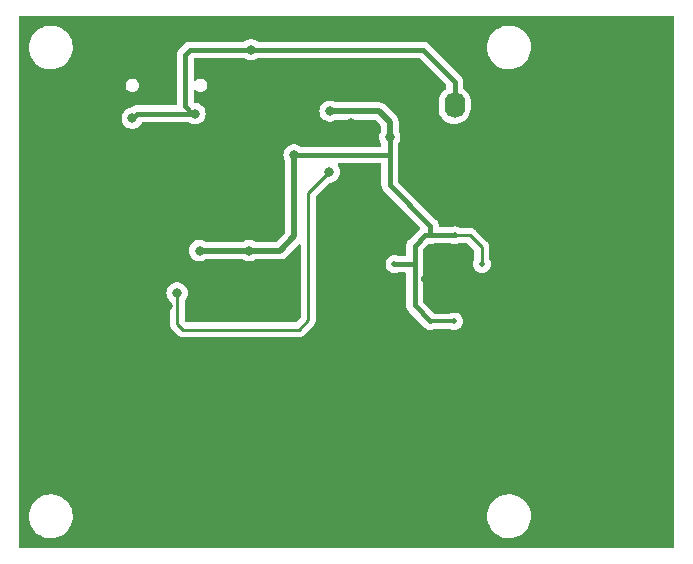
<source format=gbr>
%TF.GenerationSoftware,KiCad,Pcbnew,(7.0.0)*%
%TF.CreationDate,2023-06-21T12:56:18+01:00*%
%TF.ProjectId,CSAD10,43534144-3130-42e6-9b69-6361645f7063,0.2*%
%TF.SameCoordinates,Original*%
%TF.FileFunction,Copper,L4,Bot*%
%TF.FilePolarity,Positive*%
%FSLAX46Y46*%
G04 Gerber Fmt 4.6, Leading zero omitted, Abs format (unit mm)*
G04 Created by KiCad (PCBNEW (7.0.0)) date 2023-06-21 12:56:18*
%MOMM*%
%LPD*%
G01*
G04 APERTURE LIST*
G04 Aperture macros list*
%AMRoundRect*
0 Rectangle with rounded corners*
0 $1 Rounding radius*
0 $2 $3 $4 $5 $6 $7 $8 $9 X,Y pos of 4 corners*
0 Add a 4 corners polygon primitive as box body*
4,1,4,$2,$3,$4,$5,$6,$7,$8,$9,$2,$3,0*
0 Add four circle primitives for the rounded corners*
1,1,$1+$1,$2,$3*
1,1,$1+$1,$4,$5*
1,1,$1+$1,$6,$7*
1,1,$1+$1,$8,$9*
0 Add four rect primitives between the rounded corners*
20,1,$1+$1,$2,$3,$4,$5,0*
20,1,$1+$1,$4,$5,$6,$7,0*
20,1,$1+$1,$6,$7,$8,$9,0*
20,1,$1+$1,$8,$9,$2,$3,0*%
G04 Aperture macros list end*
%TA.AperFunction,ComponentPad*%
%ADD10RoundRect,0.250000X-0.620000X-0.845000X0.620000X-0.845000X0.620000X0.845000X-0.620000X0.845000X0*%
%TD*%
%TA.AperFunction,ComponentPad*%
%ADD11O,1.740000X2.190000*%
%TD*%
%TA.AperFunction,ComponentPad*%
%ADD12C,0.550000*%
%TD*%
%TA.AperFunction,ViaPad*%
%ADD13C,0.800000*%
%TD*%
%TA.AperFunction,ViaPad*%
%ADD14C,0.500000*%
%TD*%
%TA.AperFunction,Conductor*%
%ADD15C,0.400000*%
%TD*%
%TA.AperFunction,Conductor*%
%ADD16C,0.300000*%
%TD*%
%TA.AperFunction,Conductor*%
%ADD17C,0.500000*%
%TD*%
%TA.AperFunction,Conductor*%
%ADD18C,0.250000*%
%TD*%
G04 APERTURE END LIST*
D10*
%TO.P,J1,1,Pin_1*%
%TO.N,GND*%
X152760000Y-86000000D03*
D11*
%TO.P,J1,2,Pin_2*%
%TO.N,Net-(J1-Pin_2)*%
X155299999Y-85999999D03*
%TD*%
D12*
%TO.P,U3,33,EP*%
%TO.N,GND*%
X154000000Y-99400000D03*
X155300000Y-100700000D03*
X154000000Y-100700000D03*
X152700000Y-100700000D03*
X154000000Y-102000000D03*
%TD*%
D13*
%TO.N,GND*%
X124000000Y-85000000D03*
X146525000Y-87500000D03*
X120000000Y-85000000D03*
X127000000Y-103000000D03*
X135000000Y-90000000D03*
X153000000Y-120000000D03*
D14*
X153250000Y-106900000D03*
D13*
X153000000Y-113000000D03*
D14*
X147200000Y-99450000D03*
D13*
X168800000Y-114000000D03*
X162200000Y-87200000D03*
X168800000Y-104900000D03*
X165000000Y-119000000D03*
X169100000Y-82500000D03*
X163500000Y-79000000D03*
X136900000Y-83100000D03*
X133000000Y-120000000D03*
X149400000Y-110100000D03*
X166300000Y-82600000D03*
X158000000Y-85000000D03*
X127000000Y-100000000D03*
X166400000Y-87100000D03*
X131000000Y-98000000D03*
X146000000Y-104000000D03*
X159000000Y-91500000D03*
X126800000Y-86500000D03*
X159000000Y-101000000D03*
X168700000Y-118500000D03*
X165500000Y-109700000D03*
D14*
X153250000Y-94600000D03*
D13*
X166000000Y-91500000D03*
X125000000Y-98000000D03*
X145000000Y-96000000D03*
X123000000Y-110000000D03*
X156300000Y-81000000D03*
X165200000Y-101000000D03*
X138000000Y-90000000D03*
X162200000Y-114300000D03*
X150300000Y-85200000D03*
D14*
X155300000Y-94600000D03*
D13*
X135900000Y-103900000D03*
X131000000Y-103000000D03*
X168800000Y-100400000D03*
X158000000Y-106000000D03*
X124000000Y-89000000D03*
X151300000Y-91400000D03*
X165600000Y-122500000D03*
X160000000Y-110000000D03*
X129000000Y-89000000D03*
X149100000Y-85200000D03*
X149000000Y-79000000D03*
X166700000Y-95900000D03*
X166100000Y-105500000D03*
X135000000Y-86400000D03*
X168900000Y-95900000D03*
X150300000Y-79000000D03*
X169000000Y-91400000D03*
X169100000Y-86900000D03*
X165500000Y-114300000D03*
X132400000Y-110100000D03*
X121000000Y-98000000D03*
X143000000Y-120000000D03*
X156900000Y-95200000D03*
D14*
X155250000Y-106900000D03*
D13*
X168900000Y-109100000D03*
%TO.N,+3.3V*%
X144750000Y-86500000D03*
X133700000Y-98300000D03*
D14*
X155250000Y-104300000D03*
X155300000Y-97000000D03*
D13*
X141700000Y-90200000D03*
D14*
X153250000Y-97000000D03*
D13*
X137900000Y-98300000D03*
D14*
X157600000Y-99450000D03*
X153250000Y-104300000D03*
D13*
X149800000Y-88700000D03*
D14*
X150200000Y-99450000D03*
D13*
%TO.N,Net-(JP1-C)*%
X144700000Y-91650000D03*
X131800000Y-101900000D03*
%TO.N,Net-(J1-Pin_2)*%
X138050000Y-81300000D03*
X128000000Y-87100000D03*
X133300000Y-86700000D03*
%TD*%
D15*
%TO.N,+3.3V*%
X149800000Y-92750000D02*
X149800000Y-90200000D01*
X153250000Y-96200000D02*
X149800000Y-92750000D01*
X153250000Y-97000000D02*
X153250000Y-96200000D01*
X149800000Y-90200000D02*
X149800000Y-88700000D01*
X141700000Y-90200000D02*
X149800000Y-90200000D01*
D16*
X153250000Y-104300000D02*
X155250000Y-104300000D01*
D17*
X140500000Y-98300000D02*
X133700000Y-98300000D01*
D18*
X155300000Y-97000000D02*
X156600000Y-97000000D01*
D15*
X151900000Y-99450000D02*
X150200000Y-99450000D01*
X153250000Y-97000000D02*
X152800000Y-97000000D01*
D18*
X157600000Y-98000000D02*
X157600000Y-99450000D01*
D17*
X141700000Y-90200000D02*
X141700000Y-97100000D01*
D18*
X156600000Y-97000000D02*
X157600000Y-98000000D01*
D17*
X148900000Y-86500000D02*
X149800000Y-87400000D01*
X149800000Y-87400000D02*
X149800000Y-88700000D01*
D15*
X151900000Y-97900000D02*
X151900000Y-102950000D01*
X152800000Y-97000000D02*
X151900000Y-97900000D01*
X153250000Y-97000000D02*
X155300000Y-97000000D01*
X151900000Y-102950000D02*
X153250000Y-104300000D01*
D17*
X141700000Y-97100000D02*
X140500000Y-98300000D01*
X144750000Y-86500000D02*
X148900000Y-86500000D01*
D18*
%TO.N,Net-(JP1-C)*%
X131800000Y-104500000D02*
X132300000Y-105000000D01*
X142100000Y-105000000D02*
X142900000Y-104200000D01*
X142900000Y-93450000D02*
X144700000Y-91650000D01*
X131800000Y-101900000D02*
X131800000Y-104500000D01*
X132300000Y-105000000D02*
X142100000Y-105000000D01*
X142900000Y-104200000D02*
X142900000Y-93450000D01*
D15*
%TO.N,Net-(J1-Pin_2)*%
X132500000Y-86100000D02*
X133100000Y-86700000D01*
X128400000Y-86700000D02*
X128000000Y-87100000D01*
X155300000Y-84000000D02*
X155300000Y-86000000D01*
X138050000Y-81300000D02*
X132900000Y-81300000D01*
X152600000Y-81300000D02*
X155300000Y-84000000D01*
X132500000Y-81700000D02*
X132500000Y-86100000D01*
X138050000Y-81300000D02*
X152600000Y-81300000D01*
X132900000Y-81300000D02*
X132500000Y-81700000D01*
X133300000Y-86700000D02*
X128400000Y-86700000D01*
X133100000Y-86700000D02*
X133300000Y-86700000D01*
%TD*%
%TA.AperFunction,Conductor*%
%TO.N,GND*%
G36*
X173837500Y-78417113D02*
G01*
X173882887Y-78462500D01*
X173899500Y-78524500D01*
X173899500Y-123375500D01*
X173882887Y-123437500D01*
X173837500Y-123482887D01*
X173775500Y-123499500D01*
X118524500Y-123499500D01*
X118462500Y-123482887D01*
X118417113Y-123437500D01*
X118400500Y-123375500D01*
X118400500Y-120867765D01*
X119245788Y-120867765D01*
X119246282Y-120872262D01*
X119246283Y-120872267D01*
X119274917Y-121132506D01*
X119274918Y-121132513D01*
X119275414Y-121137018D01*
X119276559Y-121141398D01*
X119276561Y-121141408D01*
X119308830Y-121264838D01*
X119343928Y-121399088D01*
X119345693Y-121403242D01*
X119345696Y-121403250D01*
X119448099Y-121644223D01*
X119449870Y-121648390D01*
X119452226Y-121652251D01*
X119452229Y-121652256D01*
X119588618Y-121875737D01*
X119590982Y-121879610D01*
X119764255Y-122087820D01*
X119767630Y-122090844D01*
X119767631Y-122090845D01*
X119872330Y-122184656D01*
X119965998Y-122268582D01*
X120191910Y-122418044D01*
X120437176Y-122533020D01*
X120696569Y-122611060D01*
X120964561Y-122650500D01*
X121165369Y-122650500D01*
X121167631Y-122650500D01*
X121370156Y-122635677D01*
X121634553Y-122576780D01*
X121887558Y-122480014D01*
X122123777Y-122347441D01*
X122338177Y-122181888D01*
X122526186Y-121986881D01*
X122683799Y-121766579D01*
X122807656Y-121525675D01*
X122895118Y-121269305D01*
X122944319Y-121002933D01*
X122949259Y-120867765D01*
X158045788Y-120867765D01*
X158046282Y-120872262D01*
X158046283Y-120872267D01*
X158074917Y-121132506D01*
X158074918Y-121132513D01*
X158075414Y-121137018D01*
X158076559Y-121141398D01*
X158076561Y-121141408D01*
X158108830Y-121264838D01*
X158143928Y-121399088D01*
X158145693Y-121403242D01*
X158145696Y-121403250D01*
X158248099Y-121644223D01*
X158249870Y-121648390D01*
X158252226Y-121652251D01*
X158252229Y-121652256D01*
X158388618Y-121875737D01*
X158390982Y-121879610D01*
X158564255Y-122087820D01*
X158567630Y-122090844D01*
X158567631Y-122090845D01*
X158672330Y-122184656D01*
X158765998Y-122268582D01*
X158991910Y-122418044D01*
X159237176Y-122533020D01*
X159496569Y-122611060D01*
X159764561Y-122650500D01*
X159965369Y-122650500D01*
X159967631Y-122650500D01*
X160170156Y-122635677D01*
X160434553Y-122576780D01*
X160687558Y-122480014D01*
X160923777Y-122347441D01*
X161138177Y-122181888D01*
X161326186Y-121986881D01*
X161483799Y-121766579D01*
X161607656Y-121525675D01*
X161695118Y-121269305D01*
X161744319Y-121002933D01*
X161754212Y-120732235D01*
X161724586Y-120462982D01*
X161656072Y-120200912D01*
X161550130Y-119951610D01*
X161409018Y-119720390D01*
X161235745Y-119512180D01*
X161130759Y-119418112D01*
X161037382Y-119334446D01*
X161037378Y-119334442D01*
X161034002Y-119331418D01*
X160808090Y-119181956D01*
X160803996Y-119180036D01*
X160803991Y-119180034D01*
X160566929Y-119068904D01*
X160566925Y-119068902D01*
X160562824Y-119066980D01*
X160558477Y-119065672D01*
X160558474Y-119065671D01*
X160307772Y-118990246D01*
X160307771Y-118990245D01*
X160303431Y-118988940D01*
X160298957Y-118988281D01*
X160298950Y-118988280D01*
X160039913Y-118950158D01*
X160039907Y-118950157D01*
X160035439Y-118949500D01*
X159832369Y-118949500D01*
X159830120Y-118949664D01*
X159830109Y-118949665D01*
X159634363Y-118963992D01*
X159634359Y-118963992D01*
X159629844Y-118964323D01*
X159625426Y-118965307D01*
X159625420Y-118965308D01*
X159369877Y-119022232D01*
X159369861Y-119022236D01*
X159365447Y-119023220D01*
X159361216Y-119024838D01*
X159361210Y-119024840D01*
X159116673Y-119118367D01*
X159116663Y-119118371D01*
X159112442Y-119119986D01*
X159108494Y-119122201D01*
X159108489Y-119122204D01*
X158880176Y-119250340D01*
X158880171Y-119250343D01*
X158876223Y-119252559D01*
X158872639Y-119255325D01*
X158872635Y-119255329D01*
X158665407Y-119415343D01*
X158665394Y-119415354D01*
X158661823Y-119418112D01*
X158658685Y-119421366D01*
X158658678Y-119421373D01*
X158476958Y-119609857D01*
X158476952Y-119609864D01*
X158473814Y-119613119D01*
X158471189Y-119616787D01*
X158471179Y-119616800D01*
X158318834Y-119829740D01*
X158318830Y-119829745D01*
X158316201Y-119833421D01*
X158314132Y-119837444D01*
X158314129Y-119837450D01*
X158194416Y-120070293D01*
X158194411Y-120070304D01*
X158192344Y-120074325D01*
X158190884Y-120078602D01*
X158190879Y-120078616D01*
X158106348Y-120326395D01*
X158106344Y-120326407D01*
X158104882Y-120330695D01*
X158104057Y-120335159D01*
X158104057Y-120335161D01*
X158056504Y-120592606D01*
X158056502Y-120592619D01*
X158055681Y-120597067D01*
X158055515Y-120601593D01*
X158055515Y-120601599D01*
X158050576Y-120736762D01*
X158045788Y-120867765D01*
X122949259Y-120867765D01*
X122954212Y-120732235D01*
X122924586Y-120462982D01*
X122856072Y-120200912D01*
X122750130Y-119951610D01*
X122609018Y-119720390D01*
X122435745Y-119512180D01*
X122330759Y-119418112D01*
X122237382Y-119334446D01*
X122237378Y-119334442D01*
X122234002Y-119331418D01*
X122008090Y-119181956D01*
X122003996Y-119180036D01*
X122003991Y-119180034D01*
X121766929Y-119068904D01*
X121766925Y-119068902D01*
X121762824Y-119066980D01*
X121758477Y-119065672D01*
X121758474Y-119065671D01*
X121507772Y-118990246D01*
X121507771Y-118990245D01*
X121503431Y-118988940D01*
X121498957Y-118988281D01*
X121498950Y-118988280D01*
X121239913Y-118950158D01*
X121239907Y-118950157D01*
X121235439Y-118949500D01*
X121032369Y-118949500D01*
X121030120Y-118949664D01*
X121030109Y-118949665D01*
X120834363Y-118963992D01*
X120834359Y-118963992D01*
X120829844Y-118964323D01*
X120825426Y-118965307D01*
X120825420Y-118965308D01*
X120569877Y-119022232D01*
X120569861Y-119022236D01*
X120565447Y-119023220D01*
X120561216Y-119024838D01*
X120561210Y-119024840D01*
X120316673Y-119118367D01*
X120316663Y-119118371D01*
X120312442Y-119119986D01*
X120308494Y-119122201D01*
X120308489Y-119122204D01*
X120080176Y-119250340D01*
X120080171Y-119250343D01*
X120076223Y-119252559D01*
X120072639Y-119255325D01*
X120072635Y-119255329D01*
X119865407Y-119415343D01*
X119865394Y-119415354D01*
X119861823Y-119418112D01*
X119858685Y-119421366D01*
X119858678Y-119421373D01*
X119676958Y-119609857D01*
X119676952Y-119609864D01*
X119673814Y-119613119D01*
X119671189Y-119616787D01*
X119671179Y-119616800D01*
X119518834Y-119829740D01*
X119518830Y-119829745D01*
X119516201Y-119833421D01*
X119514132Y-119837444D01*
X119514129Y-119837450D01*
X119394416Y-120070293D01*
X119394411Y-120070304D01*
X119392344Y-120074325D01*
X119390884Y-120078602D01*
X119390879Y-120078616D01*
X119306348Y-120326395D01*
X119306344Y-120326407D01*
X119304882Y-120330695D01*
X119304057Y-120335159D01*
X119304057Y-120335161D01*
X119256504Y-120592606D01*
X119256502Y-120592619D01*
X119255681Y-120597067D01*
X119255515Y-120601593D01*
X119255515Y-120601599D01*
X119250576Y-120736762D01*
X119245788Y-120867765D01*
X118400500Y-120867765D01*
X118400500Y-101900000D01*
X130894540Y-101900000D01*
X130895219Y-101906460D01*
X130913646Y-102081795D01*
X130913647Y-102081803D01*
X130914326Y-102088256D01*
X130916331Y-102094428D01*
X130916333Y-102094435D01*
X130970813Y-102262105D01*
X130972821Y-102268284D01*
X131067467Y-102432216D01*
X131071811Y-102437041D01*
X131071813Y-102437043D01*
X131142650Y-102515715D01*
X131166264Y-102554249D01*
X131174500Y-102598687D01*
X131174500Y-104422225D01*
X131173978Y-104433280D01*
X131172327Y-104440667D01*
X131172571Y-104448453D01*
X131172571Y-104448461D01*
X131174439Y-104507873D01*
X131174500Y-104511768D01*
X131174500Y-104539350D01*
X131174988Y-104543219D01*
X131174989Y-104543225D01*
X131175004Y-104543343D01*
X131175918Y-104554966D01*
X131177045Y-104590830D01*
X131177046Y-104590837D01*
X131177291Y-104598627D01*
X131179467Y-104606119D01*
X131179468Y-104606121D01*
X131182879Y-104617862D01*
X131186825Y-104636915D01*
X131189336Y-104656792D01*
X131192206Y-104664042D01*
X131192208Y-104664048D01*
X131205414Y-104697404D01*
X131209197Y-104708451D01*
X131221382Y-104750390D01*
X131225353Y-104757105D01*
X131225354Y-104757107D01*
X131231581Y-104767637D01*
X131240136Y-104785099D01*
X131244642Y-104796480D01*
X131244643Y-104796483D01*
X131247514Y-104803732D01*
X131269440Y-104833912D01*
X131273181Y-104839060D01*
X131279593Y-104848822D01*
X131297856Y-104879702D01*
X131297859Y-104879707D01*
X131301830Y-104886420D01*
X131307345Y-104891935D01*
X131315990Y-104900580D01*
X131328626Y-104915374D01*
X131335819Y-104925275D01*
X131335823Y-104925279D01*
X131340406Y-104931587D01*
X131346415Y-104936558D01*
X131346416Y-104936559D01*
X131374058Y-104959426D01*
X131382699Y-104967289D01*
X131802707Y-105387297D01*
X131810156Y-105395483D01*
X131814214Y-105401877D01*
X131819899Y-105407215D01*
X131819901Y-105407218D01*
X131863239Y-105447915D01*
X131866036Y-105450626D01*
X131885530Y-105470120D01*
X131888615Y-105472513D01*
X131888701Y-105472580D01*
X131897573Y-105480158D01*
X131923732Y-105504723D01*
X131923734Y-105504724D01*
X131929418Y-105510062D01*
X131936251Y-105513818D01*
X131936252Y-105513819D01*
X131946973Y-105519713D01*
X131963234Y-105530394D01*
X131979064Y-105542673D01*
X132008383Y-105555360D01*
X132019140Y-105560015D01*
X132029636Y-105565156D01*
X132067908Y-105586197D01*
X132075458Y-105588135D01*
X132075467Y-105588139D01*
X132087312Y-105591180D01*
X132105716Y-105597480D01*
X132124105Y-105605438D01*
X132161697Y-105611391D01*
X132167239Y-105612269D01*
X132178682Y-105614639D01*
X132213425Y-105623560D01*
X132213426Y-105623560D01*
X132220981Y-105625500D01*
X132241017Y-105625500D01*
X132260402Y-105627025D01*
X132280196Y-105630160D01*
X132318276Y-105626560D01*
X132323676Y-105626050D01*
X132335345Y-105625500D01*
X142022225Y-105625500D01*
X142033280Y-105626021D01*
X142040667Y-105627673D01*
X142107872Y-105625561D01*
X142111768Y-105625500D01*
X142135448Y-105625500D01*
X142139350Y-105625500D01*
X142143313Y-105624999D01*
X142154963Y-105624080D01*
X142198627Y-105622709D01*
X142217861Y-105617119D01*
X142236917Y-105613174D01*
X142256792Y-105610664D01*
X142297395Y-105594587D01*
X142308450Y-105590802D01*
X142350390Y-105578618D01*
X142367629Y-105568422D01*
X142385103Y-105559862D01*
X142396474Y-105555360D01*
X142396476Y-105555358D01*
X142403732Y-105552486D01*
X142439069Y-105526811D01*
X142448824Y-105520403D01*
X142486420Y-105498170D01*
X142500584Y-105484005D01*
X142515379Y-105471368D01*
X142531587Y-105459594D01*
X142559428Y-105425938D01*
X142567279Y-105417309D01*
X143287311Y-104697278D01*
X143295481Y-104689844D01*
X143301877Y-104685786D01*
X143347918Y-104636756D01*
X143350535Y-104634054D01*
X143370120Y-104614471D01*
X143372585Y-104611292D01*
X143380167Y-104602416D01*
X143391047Y-104590830D01*
X143410062Y-104570582D01*
X143419713Y-104553023D01*
X143430390Y-104536770D01*
X143442673Y-104520936D01*
X143460026Y-104480832D01*
X143465158Y-104470361D01*
X143482435Y-104438935D01*
X143482435Y-104438934D01*
X143486197Y-104432092D01*
X143491177Y-104412691D01*
X143497481Y-104394281D01*
X143505438Y-104375896D01*
X143512272Y-104332741D01*
X143514638Y-104321321D01*
X143523560Y-104286574D01*
X143525500Y-104279019D01*
X143525500Y-104258983D01*
X143527025Y-104239597D01*
X143530160Y-104219804D01*
X143526050Y-104176324D01*
X143525500Y-104164655D01*
X143525500Y-93760452D01*
X143534939Y-93712999D01*
X143561819Y-93672771D01*
X144647772Y-92586819D01*
X144688000Y-92559939D01*
X144735453Y-92550500D01*
X144788143Y-92550500D01*
X144794646Y-92550500D01*
X144979803Y-92511144D01*
X145152730Y-92434151D01*
X145305871Y-92322888D01*
X145432533Y-92182216D01*
X145527179Y-92018284D01*
X145585674Y-91838256D01*
X145605460Y-91650000D01*
X145585674Y-91461744D01*
X145527179Y-91281716D01*
X145432533Y-91117784D01*
X145423247Y-91107471D01*
X145395966Y-91057846D01*
X145393594Y-91001265D01*
X145416628Y-90949530D01*
X145460263Y-90913432D01*
X145515398Y-90900500D01*
X148975500Y-90900500D01*
X149037500Y-90917113D01*
X149082887Y-90962500D01*
X149099500Y-91024500D01*
X149099500Y-92725079D01*
X149099274Y-92732567D01*
X149096094Y-92785118D01*
X149096094Y-92785126D01*
X149095642Y-92792606D01*
X149096993Y-92799982D01*
X149096994Y-92799987D01*
X149106483Y-92851771D01*
X149107610Y-92859171D01*
X149113955Y-92911425D01*
X149113956Y-92911430D01*
X149114860Y-92918872D01*
X149117519Y-92925885D01*
X149117521Y-92925891D01*
X149118450Y-92928340D01*
X149124475Y-92949952D01*
X149124951Y-92952551D01*
X149124954Y-92952560D01*
X149126305Y-92959932D01*
X149129382Y-92966769D01*
X149129383Y-92966772D01*
X149150991Y-93014784D01*
X149153857Y-93021702D01*
X149175182Y-93077930D01*
X149179442Y-93084102D01*
X149179445Y-93084107D01*
X149180937Y-93086268D01*
X149191959Y-93105810D01*
X149193039Y-93108210D01*
X149193044Y-93108219D01*
X149196122Y-93115057D01*
X149200745Y-93120958D01*
X149200747Y-93120961D01*
X149233216Y-93162404D01*
X149237636Y-93168410D01*
X149271817Y-93217929D01*
X149316847Y-93257822D01*
X149322282Y-93262939D01*
X152345131Y-96285788D01*
X152377846Y-96343792D01*
X152375837Y-96410356D01*
X152339682Y-96466280D01*
X152338233Y-96467563D01*
X152332071Y-96471817D01*
X152327107Y-96477419D01*
X152327099Y-96477427D01*
X152292184Y-96516838D01*
X152287051Y-96522290D01*
X151422290Y-97387051D01*
X151416838Y-97392184D01*
X151377431Y-97427096D01*
X151377425Y-97427102D01*
X151371817Y-97432071D01*
X151367560Y-97438236D01*
X151367551Y-97438248D01*
X151337649Y-97481568D01*
X151333213Y-97487597D01*
X151300749Y-97529035D01*
X151300743Y-97529043D01*
X151296122Y-97534943D01*
X151293044Y-97541780D01*
X151293043Y-97541783D01*
X151291962Y-97544185D01*
X151280940Y-97563727D01*
X151279441Y-97565898D01*
X151279437Y-97565904D01*
X151275182Y-97572070D01*
X151272526Y-97579070D01*
X151272522Y-97579080D01*
X151253853Y-97628305D01*
X151250989Y-97635219D01*
X151229382Y-97683229D01*
X151229379Y-97683235D01*
X151226305Y-97690068D01*
X151224953Y-97697439D01*
X151224951Y-97697449D01*
X151224474Y-97700053D01*
X151218456Y-97721643D01*
X151217519Y-97724114D01*
X151217517Y-97724119D01*
X151214860Y-97731128D01*
X151213956Y-97738565D01*
X151213956Y-97738569D01*
X151207610Y-97790827D01*
X151206483Y-97798226D01*
X151196994Y-97850010D01*
X151196993Y-97850018D01*
X151195642Y-97857394D01*
X151196094Y-97864873D01*
X151196094Y-97864881D01*
X151199274Y-97917433D01*
X151199500Y-97924921D01*
X151199500Y-98625500D01*
X151182887Y-98687500D01*
X151137500Y-98732887D01*
X151075500Y-98749500D01*
X150491476Y-98749500D01*
X150450523Y-98742542D01*
X150406665Y-98727195D01*
X150374630Y-98715986D01*
X150374627Y-98715985D01*
X150368059Y-98713687D01*
X150361142Y-98712907D01*
X150361135Y-98712906D01*
X150206923Y-98695531D01*
X150200000Y-98694751D01*
X150193077Y-98695531D01*
X150038864Y-98712906D01*
X150038855Y-98712907D01*
X150031941Y-98713687D01*
X150025371Y-98715985D01*
X150025366Y-98715987D01*
X149878878Y-98767245D01*
X149878872Y-98767247D01*
X149872310Y-98769544D01*
X149866419Y-98773245D01*
X149866418Y-98773246D01*
X149735010Y-98855815D01*
X149735005Y-98855818D01*
X149729110Y-98859523D01*
X149724185Y-98864447D01*
X149724181Y-98864451D01*
X149614451Y-98974181D01*
X149614447Y-98974185D01*
X149609523Y-98979110D01*
X149605818Y-98985005D01*
X149605815Y-98985010D01*
X149562052Y-99054659D01*
X149519544Y-99122310D01*
X149517247Y-99128872D01*
X149517245Y-99128878D01*
X149465987Y-99275366D01*
X149465985Y-99275371D01*
X149463687Y-99281941D01*
X149462907Y-99288855D01*
X149462906Y-99288864D01*
X149445531Y-99443077D01*
X149444751Y-99450000D01*
X149445531Y-99456923D01*
X149462906Y-99611135D01*
X149462907Y-99611142D01*
X149463687Y-99618059D01*
X149519544Y-99777690D01*
X149609523Y-99920890D01*
X149729110Y-100040477D01*
X149872310Y-100130456D01*
X150031941Y-100186313D01*
X150200000Y-100205249D01*
X150368059Y-100186313D01*
X150450523Y-100157457D01*
X150491476Y-100150500D01*
X151075500Y-100150500D01*
X151137500Y-100167113D01*
X151182887Y-100212500D01*
X151199500Y-100274500D01*
X151199500Y-102925079D01*
X151199274Y-102932567D01*
X151196094Y-102985118D01*
X151196094Y-102985126D01*
X151195642Y-102992606D01*
X151196993Y-102999982D01*
X151196994Y-102999987D01*
X151206483Y-103051771D01*
X151207610Y-103059171D01*
X151213955Y-103111425D01*
X151213956Y-103111430D01*
X151214860Y-103118872D01*
X151217519Y-103125885D01*
X151217521Y-103125891D01*
X151218450Y-103128340D01*
X151224475Y-103149952D01*
X151224951Y-103152551D01*
X151224954Y-103152560D01*
X151226305Y-103159932D01*
X151229382Y-103166769D01*
X151229383Y-103166772D01*
X151250991Y-103214784D01*
X151253857Y-103221702D01*
X151275182Y-103277930D01*
X151279442Y-103284102D01*
X151279445Y-103284107D01*
X151280937Y-103286268D01*
X151291959Y-103305810D01*
X151293039Y-103308210D01*
X151293044Y-103308219D01*
X151296122Y-103315057D01*
X151300745Y-103320958D01*
X151300747Y-103320961D01*
X151333216Y-103362404D01*
X151337636Y-103368410D01*
X151371817Y-103417929D01*
X151416847Y-103457822D01*
X151422282Y-103462939D01*
X152540117Y-104580774D01*
X152562166Y-104615835D01*
X152564223Y-104614845D01*
X152567245Y-104621121D01*
X152569544Y-104627690D01*
X152573245Y-104633580D01*
X152573246Y-104633582D01*
X152655815Y-104764989D01*
X152659523Y-104770890D01*
X152779110Y-104890477D01*
X152922310Y-104980456D01*
X153081941Y-105036313D01*
X153250000Y-105055249D01*
X153418059Y-105036313D01*
X153577690Y-104980456D01*
X153595114Y-104969507D01*
X153661088Y-104950500D01*
X154838912Y-104950500D01*
X154904885Y-104969507D01*
X154922310Y-104980456D01*
X155081941Y-105036313D01*
X155250000Y-105055249D01*
X155418059Y-105036313D01*
X155577690Y-104980456D01*
X155720890Y-104890477D01*
X155840477Y-104770890D01*
X155930456Y-104627690D01*
X155986313Y-104468059D01*
X156005249Y-104300000D01*
X155986313Y-104131941D01*
X155930456Y-103972310D01*
X155840477Y-103829110D01*
X155720890Y-103709523D01*
X155577690Y-103619544D01*
X155571124Y-103617246D01*
X155571121Y-103617245D01*
X155424633Y-103565987D01*
X155424630Y-103565986D01*
X155418059Y-103563687D01*
X155411142Y-103562907D01*
X155411135Y-103562906D01*
X155256923Y-103545531D01*
X155250000Y-103544751D01*
X155243077Y-103545531D01*
X155088864Y-103562906D01*
X155088855Y-103562907D01*
X155081941Y-103563687D01*
X155075371Y-103565985D01*
X155075366Y-103565987D01*
X154928878Y-103617245D01*
X154928872Y-103617247D01*
X154922310Y-103619544D01*
X154916422Y-103623243D01*
X154916415Y-103623247D01*
X154904885Y-103630493D01*
X154838912Y-103649500D01*
X153661088Y-103649500D01*
X153595115Y-103630493D01*
X153583584Y-103623247D01*
X153583580Y-103623245D01*
X153577690Y-103619544D01*
X153571121Y-103617245D01*
X153564843Y-103614222D01*
X153565833Y-103612165D01*
X153530774Y-103590117D01*
X152636819Y-102696162D01*
X152609939Y-102655934D01*
X152600500Y-102608481D01*
X152600500Y-98241519D01*
X152609939Y-98194066D01*
X152636819Y-98153838D01*
X152731324Y-98059333D01*
X153014914Y-97775741D01*
X153061638Y-97746382D01*
X153116475Y-97740204D01*
X153250000Y-97755249D01*
X153418059Y-97736313D01*
X153500523Y-97707457D01*
X153541476Y-97700500D01*
X155008524Y-97700500D01*
X155049476Y-97707457D01*
X155131941Y-97736313D01*
X155300000Y-97755249D01*
X155468059Y-97736313D01*
X155627690Y-97680456D01*
X155684904Y-97644505D01*
X155750876Y-97625500D01*
X156289548Y-97625500D01*
X156337001Y-97634939D01*
X156377229Y-97661819D01*
X156938181Y-98222771D01*
X156965061Y-98262999D01*
X156974500Y-98310452D01*
X156974500Y-98999124D01*
X156955494Y-99065096D01*
X156923246Y-99116417D01*
X156923246Y-99116418D01*
X156919544Y-99122310D01*
X156917247Y-99128872D01*
X156917245Y-99128878D01*
X156865987Y-99275366D01*
X156865985Y-99275371D01*
X156863687Y-99281941D01*
X156862907Y-99288855D01*
X156862906Y-99288864D01*
X156845531Y-99443077D01*
X156844751Y-99450000D01*
X156845531Y-99456923D01*
X156862906Y-99611135D01*
X156862907Y-99611142D01*
X156863687Y-99618059D01*
X156919544Y-99777690D01*
X157009523Y-99920890D01*
X157129110Y-100040477D01*
X157272310Y-100130456D01*
X157431941Y-100186313D01*
X157600000Y-100205249D01*
X157768059Y-100186313D01*
X157927690Y-100130456D01*
X158070890Y-100040477D01*
X158190477Y-99920890D01*
X158280456Y-99777690D01*
X158336313Y-99618059D01*
X158355249Y-99450000D01*
X158336313Y-99281941D01*
X158280456Y-99122310D01*
X158244505Y-99065095D01*
X158225500Y-98999124D01*
X158225500Y-98077775D01*
X158226021Y-98066719D01*
X158227673Y-98059333D01*
X158225561Y-97992113D01*
X158225500Y-97988219D01*
X158225500Y-97964542D01*
X158225500Y-97960650D01*
X158224998Y-97956683D01*
X158224081Y-97945026D01*
X158223486Y-97926089D01*
X158222710Y-97901373D01*
X158217118Y-97882128D01*
X158213174Y-97863083D01*
X158210664Y-97843208D01*
X158194579Y-97802583D01*
X158190806Y-97791562D01*
X158178618Y-97749610D01*
X158168417Y-97732360D01*
X158159863Y-97714901D01*
X158152486Y-97696268D01*
X158126808Y-97660925D01*
X158120401Y-97651171D01*
X158102142Y-97620296D01*
X158102141Y-97620294D01*
X158098170Y-97613580D01*
X158084005Y-97599415D01*
X158071370Y-97584622D01*
X158059594Y-97568413D01*
X158053583Y-97563440D01*
X158053581Y-97563438D01*
X158025941Y-97540573D01*
X158017300Y-97532710D01*
X157097286Y-96612695D01*
X157089842Y-96604514D01*
X157085786Y-96598123D01*
X157036775Y-96552098D01*
X157033978Y-96549387D01*
X157017227Y-96532636D01*
X157014471Y-96529880D01*
X157011290Y-96527412D01*
X157002414Y-96519830D01*
X156976269Y-96495278D01*
X156976267Y-96495276D01*
X156970582Y-96489938D01*
X156963749Y-96486182D01*
X156963743Y-96486177D01*
X156953025Y-96480285D01*
X156936766Y-96469606D01*
X156927095Y-96462104D01*
X156927092Y-96462102D01*
X156920936Y-96457327D01*
X156913779Y-96454229D01*
X156913776Y-96454228D01*
X156880849Y-96439978D01*
X156870363Y-96434841D01*
X156838932Y-96417562D01*
X156838923Y-96417558D01*
X156832092Y-96413803D01*
X156824535Y-96411862D01*
X156824531Y-96411861D01*
X156812688Y-96408820D01*
X156794284Y-96402519D01*
X156783057Y-96397660D01*
X156783050Y-96397658D01*
X156775896Y-96394562D01*
X156768192Y-96393341D01*
X156768190Y-96393341D01*
X156732759Y-96387729D01*
X156721324Y-96385361D01*
X156686571Y-96376438D01*
X156686563Y-96376437D01*
X156679019Y-96374500D01*
X156671223Y-96374500D01*
X156658983Y-96374500D01*
X156639597Y-96372974D01*
X156619804Y-96369840D01*
X156612038Y-96370574D01*
X156612035Y-96370574D01*
X156576324Y-96373950D01*
X156564655Y-96374500D01*
X155750876Y-96374500D01*
X155684904Y-96355494D01*
X155633582Y-96323246D01*
X155633580Y-96323245D01*
X155627690Y-96319544D01*
X155621124Y-96317246D01*
X155621121Y-96317245D01*
X155474633Y-96265987D01*
X155474630Y-96265986D01*
X155468059Y-96263687D01*
X155461142Y-96262907D01*
X155461135Y-96262906D01*
X155306923Y-96245531D01*
X155300000Y-96244751D01*
X155293077Y-96245531D01*
X155138864Y-96262906D01*
X155138855Y-96262907D01*
X155131941Y-96263687D01*
X155125374Y-96265984D01*
X155125369Y-96265986D01*
X155080700Y-96281617D01*
X155049476Y-96292542D01*
X155008524Y-96299500D01*
X154077490Y-96299500D01*
X154013341Y-96281617D01*
X153967694Y-96233128D01*
X153954646Y-96172351D01*
X153954358Y-96172369D01*
X153954243Y-96170472D01*
X153953716Y-96168016D01*
X153953905Y-96164882D01*
X153954358Y-96157394D01*
X153943514Y-96098221D01*
X153942387Y-96090815D01*
X153942146Y-96088831D01*
X153935140Y-96031128D01*
X153931547Y-96021656D01*
X153925522Y-96000041D01*
X153923695Y-95990069D01*
X153899009Y-95935220D01*
X153896142Y-95928298D01*
X153877480Y-95879090D01*
X153874818Y-95872070D01*
X153869059Y-95863727D01*
X153858033Y-95844177D01*
X153856956Y-95841784D01*
X153853878Y-95834944D01*
X153816791Y-95787605D01*
X153812353Y-95781574D01*
X153782446Y-95738247D01*
X153778183Y-95732071D01*
X153772568Y-95727097D01*
X153772565Y-95727093D01*
X153733170Y-95692193D01*
X153727716Y-95687059D01*
X150536819Y-92496162D01*
X150509939Y-92455934D01*
X150500500Y-92408481D01*
X150500500Y-89315392D01*
X150508749Y-89270920D01*
X150525703Y-89243279D01*
X150524363Y-89242306D01*
X150528184Y-89237045D01*
X150532533Y-89232216D01*
X150627179Y-89068284D01*
X150685674Y-88888256D01*
X150705460Y-88700000D01*
X150685674Y-88511744D01*
X150627179Y-88331716D01*
X150567112Y-88227678D01*
X150550500Y-88165679D01*
X150550500Y-87463707D01*
X150551809Y-87445736D01*
X150552297Y-87442396D01*
X150555289Y-87421977D01*
X150550971Y-87372633D01*
X150550500Y-87361827D01*
X150550500Y-87359902D01*
X150550500Y-87356291D01*
X150546894Y-87325443D01*
X150546537Y-87321956D01*
X150539998Y-87247203D01*
X150537724Y-87240341D01*
X150537027Y-87236965D01*
X150536970Y-87236613D01*
X150536875Y-87236277D01*
X150536079Y-87232919D01*
X150535241Y-87225745D01*
X150509569Y-87155212D01*
X150508401Y-87151848D01*
X150487086Y-87087521D01*
X150487085Y-87087519D01*
X150484814Y-87080665D01*
X150481022Y-87074518D01*
X150479559Y-87071379D01*
X150479431Y-87071069D01*
X150479257Y-87070758D01*
X150477710Y-87067677D01*
X150475237Y-87060883D01*
X150434005Y-86998194D01*
X150432106Y-86995212D01*
X150396504Y-86937491D01*
X150396501Y-86937488D01*
X150392712Y-86931344D01*
X150387605Y-86926237D01*
X150385459Y-86923523D01*
X150385257Y-86923244D01*
X150385022Y-86922987D01*
X150382796Y-86920334D01*
X150378830Y-86914304D01*
X150324290Y-86862848D01*
X150321703Y-86860335D01*
X149475729Y-86014361D01*
X149463947Y-86000727D01*
X149453925Y-85987265D01*
X149453921Y-85987261D01*
X149449610Y-85981470D01*
X149411667Y-85949631D01*
X149403691Y-85942323D01*
X149402329Y-85940961D01*
X149402328Y-85940960D01*
X149399777Y-85938409D01*
X149396953Y-85936176D01*
X149396944Y-85936168D01*
X149375445Y-85919170D01*
X149372674Y-85916913D01*
X149315214Y-85868698D01*
X149308760Y-85865456D01*
X149305859Y-85863548D01*
X149305588Y-85863352D01*
X149305292Y-85863187D01*
X149302339Y-85861366D01*
X149296677Y-85856889D01*
X149290134Y-85853838D01*
X149290131Y-85853836D01*
X149228692Y-85825186D01*
X149225446Y-85823615D01*
X149180121Y-85800852D01*
X149158433Y-85789960D01*
X149151409Y-85788295D01*
X149148151Y-85787109D01*
X149147832Y-85786977D01*
X149147504Y-85786884D01*
X149144218Y-85785795D01*
X149137673Y-85782743D01*
X149130604Y-85781283D01*
X149130600Y-85781282D01*
X149064212Y-85767574D01*
X149060691Y-85766794D01*
X148994741Y-85751163D01*
X148994734Y-85751162D01*
X148987721Y-85749500D01*
X148980510Y-85749500D01*
X148977061Y-85749097D01*
X148976727Y-85749043D01*
X148976374Y-85749028D01*
X148972929Y-85748726D01*
X148965856Y-85747266D01*
X148958638Y-85747476D01*
X148890870Y-85749448D01*
X148887263Y-85749500D01*
X145289336Y-85749500D01*
X145251018Y-85743431D01*
X145216454Y-85725820D01*
X145202730Y-85715849D01*
X145196792Y-85713205D01*
X145035745Y-85641501D01*
X145035740Y-85641499D01*
X145029803Y-85638856D01*
X145023444Y-85637504D01*
X145023440Y-85637503D01*
X144851008Y-85600852D01*
X144851005Y-85600851D01*
X144844646Y-85599500D01*
X144655354Y-85599500D01*
X144648995Y-85600851D01*
X144648991Y-85600852D01*
X144476559Y-85637503D01*
X144476552Y-85637505D01*
X144470197Y-85638856D01*
X144464262Y-85641498D01*
X144464254Y-85641501D01*
X144303207Y-85713205D01*
X144303202Y-85713207D01*
X144297270Y-85715849D01*
X144292016Y-85719665D01*
X144292011Y-85719669D01*
X144149388Y-85823290D01*
X144149381Y-85823295D01*
X144144129Y-85827112D01*
X144139784Y-85831937D01*
X144139779Y-85831942D01*
X144021813Y-85962956D01*
X144021808Y-85962962D01*
X144017467Y-85967784D01*
X144014222Y-85973404D01*
X144014218Y-85973410D01*
X143926069Y-86126089D01*
X143926066Y-86126094D01*
X143922821Y-86131716D01*
X143920815Y-86137888D01*
X143920813Y-86137894D01*
X143866333Y-86305564D01*
X143866331Y-86305573D01*
X143864326Y-86311744D01*
X143863648Y-86318194D01*
X143863646Y-86318204D01*
X143851693Y-86431942D01*
X143844540Y-86500000D01*
X143845219Y-86506460D01*
X143863646Y-86681795D01*
X143863647Y-86681803D01*
X143864326Y-86688256D01*
X143866331Y-86694428D01*
X143866333Y-86694435D01*
X143920813Y-86862105D01*
X143922821Y-86868284D01*
X143926068Y-86873908D01*
X143926069Y-86873910D01*
X143998474Y-86999320D01*
X144017467Y-87032216D01*
X144021811Y-87037041D01*
X144021813Y-87037043D01*
X144078500Y-87100000D01*
X144144129Y-87172888D01*
X144149387Y-87176708D01*
X144149388Y-87176709D01*
X144207542Y-87218960D01*
X144297270Y-87284151D01*
X144470197Y-87361144D01*
X144655354Y-87400500D01*
X144838143Y-87400500D01*
X144844646Y-87400500D01*
X145029803Y-87361144D01*
X145202730Y-87284151D01*
X145216454Y-87274179D01*
X145251018Y-87256569D01*
X145289336Y-87250500D01*
X148537770Y-87250500D01*
X148585223Y-87259939D01*
X148625451Y-87286819D01*
X149013181Y-87674548D01*
X149040061Y-87714776D01*
X149049500Y-87762229D01*
X149049500Y-88165679D01*
X149032887Y-88227679D01*
X148976069Y-88326089D01*
X148976066Y-88326094D01*
X148972821Y-88331716D01*
X148970815Y-88337888D01*
X148970813Y-88337894D01*
X148916333Y-88505564D01*
X148916331Y-88505573D01*
X148914326Y-88511744D01*
X148913648Y-88518194D01*
X148913646Y-88518204D01*
X148895962Y-88686464D01*
X148894540Y-88700000D01*
X148895219Y-88706460D01*
X148913646Y-88881795D01*
X148913647Y-88881803D01*
X148914326Y-88888256D01*
X148916331Y-88894428D01*
X148916333Y-88894435D01*
X148970813Y-89062105D01*
X148972821Y-89068284D01*
X149067467Y-89232216D01*
X149071813Y-89237043D01*
X149075637Y-89242306D01*
X149074296Y-89243279D01*
X149091251Y-89270920D01*
X149099500Y-89315392D01*
X149099500Y-89375500D01*
X149082887Y-89437500D01*
X149037500Y-89482887D01*
X148975500Y-89499500D01*
X142308155Y-89499500D01*
X142269837Y-89493431D01*
X142235273Y-89475820D01*
X142152730Y-89415849D01*
X142146792Y-89413205D01*
X141985745Y-89341501D01*
X141985740Y-89341499D01*
X141979803Y-89338856D01*
X141973444Y-89337504D01*
X141973440Y-89337503D01*
X141801008Y-89300852D01*
X141801005Y-89300851D01*
X141794646Y-89299500D01*
X141605354Y-89299500D01*
X141598995Y-89300851D01*
X141598991Y-89300852D01*
X141426559Y-89337503D01*
X141426552Y-89337505D01*
X141420197Y-89338856D01*
X141414262Y-89341498D01*
X141414254Y-89341501D01*
X141253207Y-89413205D01*
X141253202Y-89413207D01*
X141247270Y-89415849D01*
X141242016Y-89419665D01*
X141242011Y-89419669D01*
X141099388Y-89523290D01*
X141099381Y-89523295D01*
X141094129Y-89527112D01*
X141089784Y-89531937D01*
X141089779Y-89531942D01*
X140971813Y-89662956D01*
X140971808Y-89662962D01*
X140967467Y-89667784D01*
X140964222Y-89673404D01*
X140964218Y-89673410D01*
X140876069Y-89826089D01*
X140876066Y-89826094D01*
X140872821Y-89831716D01*
X140870815Y-89837888D01*
X140870813Y-89837894D01*
X140816333Y-90005564D01*
X140816331Y-90005573D01*
X140814326Y-90011744D01*
X140813648Y-90018194D01*
X140813646Y-90018204D01*
X140798993Y-90157628D01*
X140794540Y-90200000D01*
X140795219Y-90206460D01*
X140813646Y-90381795D01*
X140813647Y-90381803D01*
X140814326Y-90388256D01*
X140816331Y-90394428D01*
X140816333Y-90394435D01*
X140870813Y-90562105D01*
X140872821Y-90568284D01*
X140876068Y-90573908D01*
X140876069Y-90573910D01*
X140932887Y-90672321D01*
X140949500Y-90734321D01*
X140949500Y-96737770D01*
X140940061Y-96785223D01*
X140913181Y-96825451D01*
X140225451Y-97513181D01*
X140185223Y-97540061D01*
X140137770Y-97549500D01*
X138439336Y-97549500D01*
X138401018Y-97543431D01*
X138366454Y-97525820D01*
X138352730Y-97515849D01*
X138289276Y-97487597D01*
X138185745Y-97441501D01*
X138185740Y-97441499D01*
X138179803Y-97438856D01*
X138173444Y-97437504D01*
X138173440Y-97437503D01*
X138001008Y-97400852D01*
X138001005Y-97400851D01*
X137994646Y-97399500D01*
X137805354Y-97399500D01*
X137798995Y-97400851D01*
X137798991Y-97400852D01*
X137626559Y-97437503D01*
X137626552Y-97437505D01*
X137620197Y-97438856D01*
X137614262Y-97441498D01*
X137614254Y-97441501D01*
X137453207Y-97513205D01*
X137453202Y-97513207D01*
X137447270Y-97515849D01*
X137433545Y-97525820D01*
X137398982Y-97543431D01*
X137360664Y-97549500D01*
X134239336Y-97549500D01*
X134201018Y-97543431D01*
X134166454Y-97525820D01*
X134152730Y-97515849D01*
X134089276Y-97487597D01*
X133985745Y-97441501D01*
X133985740Y-97441499D01*
X133979803Y-97438856D01*
X133973444Y-97437504D01*
X133973440Y-97437503D01*
X133801008Y-97400852D01*
X133801005Y-97400851D01*
X133794646Y-97399500D01*
X133605354Y-97399500D01*
X133598995Y-97400851D01*
X133598991Y-97400852D01*
X133426559Y-97437503D01*
X133426552Y-97437505D01*
X133420197Y-97438856D01*
X133414262Y-97441498D01*
X133414254Y-97441501D01*
X133253207Y-97513205D01*
X133253202Y-97513207D01*
X133247270Y-97515849D01*
X133242016Y-97519665D01*
X133242011Y-97519669D01*
X133099388Y-97623290D01*
X133099381Y-97623295D01*
X133094129Y-97627112D01*
X133089784Y-97631937D01*
X133089779Y-97631942D01*
X132971813Y-97762956D01*
X132971808Y-97762962D01*
X132967467Y-97767784D01*
X132964222Y-97773404D01*
X132964218Y-97773410D01*
X132876069Y-97926089D01*
X132876066Y-97926094D01*
X132872821Y-97931716D01*
X132870815Y-97937888D01*
X132870813Y-97937894D01*
X132816333Y-98105564D01*
X132816331Y-98105573D01*
X132814326Y-98111744D01*
X132813648Y-98118194D01*
X132813646Y-98118204D01*
X132800686Y-98241519D01*
X132794540Y-98300000D01*
X132795219Y-98306460D01*
X132813646Y-98481795D01*
X132813647Y-98481803D01*
X132814326Y-98488256D01*
X132816331Y-98494428D01*
X132816333Y-98494435D01*
X132870813Y-98662105D01*
X132872821Y-98668284D01*
X132876068Y-98673908D01*
X132876069Y-98673910D01*
X132933420Y-98773246D01*
X132967467Y-98832216D01*
X132971811Y-98837041D01*
X132971813Y-98837043D01*
X133057386Y-98932081D01*
X133094129Y-98972888D01*
X133099387Y-98976708D01*
X133099388Y-98976709D01*
X133113672Y-98987087D01*
X133247270Y-99084151D01*
X133420197Y-99161144D01*
X133605354Y-99200500D01*
X133788143Y-99200500D01*
X133794646Y-99200500D01*
X133979803Y-99161144D01*
X134152730Y-99084151D01*
X134166454Y-99074179D01*
X134201018Y-99056569D01*
X134239336Y-99050500D01*
X137360664Y-99050500D01*
X137398982Y-99056569D01*
X137433545Y-99074179D01*
X137447270Y-99084151D01*
X137620197Y-99161144D01*
X137805354Y-99200500D01*
X137988143Y-99200500D01*
X137994646Y-99200500D01*
X138179803Y-99161144D01*
X138352730Y-99084151D01*
X138366454Y-99074179D01*
X138401018Y-99056569D01*
X138439336Y-99050500D01*
X140436293Y-99050500D01*
X140454264Y-99051809D01*
X140458160Y-99052379D01*
X140478023Y-99055289D01*
X140527368Y-99050972D01*
X140538176Y-99050500D01*
X140540100Y-99050500D01*
X140543709Y-99050500D01*
X140574550Y-99046894D01*
X140578031Y-99046539D01*
X140652797Y-99039999D01*
X140659653Y-99037726D01*
X140663043Y-99037027D01*
X140663375Y-99036973D01*
X140663728Y-99036873D01*
X140667071Y-99036080D01*
X140674255Y-99035241D01*
X140744760Y-99009579D01*
X140748118Y-99008412D01*
X140819334Y-98984814D01*
X140825486Y-98981018D01*
X140828607Y-98979564D01*
X140828929Y-98979430D01*
X140829238Y-98979258D01*
X140832315Y-98977712D01*
X140839117Y-98975237D01*
X140901837Y-98933984D01*
X140904732Y-98932140D01*
X140968656Y-98892712D01*
X140973763Y-98887603D01*
X140976476Y-98885459D01*
X140976758Y-98885254D01*
X140977029Y-98885007D01*
X140979658Y-98882800D01*
X140985696Y-98878830D01*
X141037186Y-98824252D01*
X141039631Y-98821735D01*
X142062819Y-97798546D01*
X142112182Y-97768297D01*
X142169898Y-97763755D01*
X142223385Y-97785910D01*
X142260985Y-97829933D01*
X142274500Y-97886228D01*
X142274500Y-103889548D01*
X142265061Y-103937001D01*
X142238181Y-103977229D01*
X141877228Y-104338181D01*
X141837000Y-104365061D01*
X141789547Y-104374500D01*
X132610453Y-104374500D01*
X132563000Y-104365061D01*
X132522771Y-104338181D01*
X132461818Y-104277227D01*
X132434939Y-104236998D01*
X132425500Y-104189546D01*
X132425500Y-102598687D01*
X132433736Y-102554249D01*
X132457350Y-102515715D01*
X132532533Y-102432216D01*
X132627179Y-102268284D01*
X132685674Y-102088256D01*
X132705460Y-101900000D01*
X132685674Y-101711744D01*
X132627179Y-101531716D01*
X132532533Y-101367784D01*
X132405871Y-101227112D01*
X132400613Y-101223292D01*
X132400611Y-101223290D01*
X132257988Y-101119669D01*
X132257987Y-101119668D01*
X132252730Y-101115849D01*
X132246792Y-101113205D01*
X132085745Y-101041501D01*
X132085740Y-101041499D01*
X132079803Y-101038856D01*
X132073444Y-101037504D01*
X132073440Y-101037503D01*
X131901008Y-101000852D01*
X131901005Y-101000851D01*
X131894646Y-100999500D01*
X131705354Y-100999500D01*
X131698995Y-101000851D01*
X131698991Y-101000852D01*
X131526559Y-101037503D01*
X131526552Y-101037505D01*
X131520197Y-101038856D01*
X131514262Y-101041498D01*
X131514254Y-101041501D01*
X131353207Y-101113205D01*
X131353202Y-101113207D01*
X131347270Y-101115849D01*
X131342016Y-101119665D01*
X131342011Y-101119669D01*
X131199388Y-101223290D01*
X131199381Y-101223295D01*
X131194129Y-101227112D01*
X131189784Y-101231937D01*
X131189779Y-101231942D01*
X131071813Y-101362956D01*
X131071808Y-101362962D01*
X131067467Y-101367784D01*
X131064222Y-101373404D01*
X131064218Y-101373410D01*
X130976069Y-101526089D01*
X130976066Y-101526094D01*
X130972821Y-101531716D01*
X130970815Y-101537888D01*
X130970813Y-101537894D01*
X130916333Y-101705564D01*
X130916331Y-101705573D01*
X130914326Y-101711744D01*
X130913648Y-101718194D01*
X130913646Y-101718204D01*
X130895962Y-101886464D01*
X130894540Y-101900000D01*
X118400500Y-101900000D01*
X118400500Y-87100000D01*
X127094540Y-87100000D01*
X127095219Y-87106460D01*
X127113646Y-87281795D01*
X127113647Y-87281803D01*
X127114326Y-87288256D01*
X127116331Y-87294428D01*
X127116333Y-87294435D01*
X127170813Y-87462105D01*
X127172821Y-87468284D01*
X127176068Y-87473908D01*
X127176069Y-87473910D01*
X127248374Y-87599147D01*
X127267467Y-87632216D01*
X127271811Y-87637041D01*
X127271813Y-87637043D01*
X127389779Y-87768057D01*
X127394129Y-87772888D01*
X127547270Y-87884151D01*
X127720197Y-87961144D01*
X127905354Y-88000500D01*
X128088143Y-88000500D01*
X128094646Y-88000500D01*
X128279803Y-87961144D01*
X128452730Y-87884151D01*
X128605871Y-87772888D01*
X128732533Y-87632216D01*
X128827179Y-87468284D01*
X128827699Y-87468584D01*
X128851002Y-87435304D01*
X128890689Y-87409530D01*
X128937141Y-87400500D01*
X132691845Y-87400500D01*
X132730163Y-87406569D01*
X132764726Y-87424179D01*
X132847270Y-87484151D01*
X133020197Y-87561144D01*
X133205354Y-87600500D01*
X133388143Y-87600500D01*
X133394646Y-87600500D01*
X133579803Y-87561144D01*
X133752730Y-87484151D01*
X133905871Y-87372888D01*
X134032533Y-87232216D01*
X134127179Y-87068284D01*
X134185674Y-86888256D01*
X134205460Y-86700000D01*
X134185674Y-86511744D01*
X134127179Y-86331716D01*
X134032533Y-86167784D01*
X133972172Y-86100747D01*
X133910220Y-86031942D01*
X133910219Y-86031941D01*
X133905871Y-86027112D01*
X133900613Y-86023292D01*
X133900611Y-86023290D01*
X133757988Y-85919669D01*
X133757987Y-85919668D01*
X133752730Y-85915849D01*
X133746792Y-85913205D01*
X133585745Y-85841501D01*
X133585740Y-85841499D01*
X133579803Y-85838856D01*
X133573444Y-85837504D01*
X133573440Y-85837503D01*
X133401008Y-85800852D01*
X133401005Y-85800851D01*
X133394646Y-85799500D01*
X133324500Y-85799500D01*
X133262500Y-85782887D01*
X133217113Y-85737500D01*
X133200500Y-85675500D01*
X133200500Y-84839510D01*
X133219199Y-84774030D01*
X133269656Y-84728298D01*
X133336654Y-84716107D01*
X133399986Y-84741134D01*
X133493315Y-84812748D01*
X133493319Y-84812750D01*
X133499767Y-84817698D01*
X133639764Y-84875687D01*
X133752280Y-84890500D01*
X133823667Y-84890500D01*
X133827720Y-84890500D01*
X133940236Y-84875687D01*
X134080233Y-84817698D01*
X134200451Y-84725451D01*
X134292698Y-84605233D01*
X134350687Y-84465236D01*
X134370466Y-84315000D01*
X134350687Y-84164764D01*
X134292698Y-84024767D01*
X134287753Y-84018322D01*
X134287751Y-84018319D01*
X134205394Y-83910991D01*
X134200451Y-83904549D01*
X134192204Y-83898221D01*
X134086680Y-83817248D01*
X134086674Y-83817245D01*
X134080233Y-83812302D01*
X134072724Y-83809191D01*
X134072723Y-83809191D01*
X133947745Y-83757423D01*
X133947742Y-83757422D01*
X133940236Y-83754313D01*
X133932182Y-83753252D01*
X133932176Y-83753251D01*
X133831739Y-83740029D01*
X133831737Y-83740028D01*
X133827720Y-83739500D01*
X133752280Y-83739500D01*
X133748263Y-83740028D01*
X133748260Y-83740029D01*
X133647823Y-83753251D01*
X133647815Y-83753252D01*
X133639764Y-83754313D01*
X133632259Y-83757421D01*
X133632254Y-83757423D01*
X133507276Y-83809191D01*
X133507272Y-83809193D01*
X133499767Y-83812302D01*
X133493324Y-83817245D01*
X133493315Y-83817251D01*
X133399986Y-83888866D01*
X133336654Y-83913893D01*
X133269656Y-83901702D01*
X133219199Y-83855970D01*
X133200500Y-83790490D01*
X133200500Y-82124500D01*
X133217113Y-82062500D01*
X133262500Y-82017113D01*
X133324500Y-82000500D01*
X137441845Y-82000500D01*
X137480163Y-82006569D01*
X137514726Y-82024179D01*
X137597270Y-82084151D01*
X137770197Y-82161144D01*
X137955354Y-82200500D01*
X138138143Y-82200500D01*
X138144646Y-82200500D01*
X138329803Y-82161144D01*
X138502730Y-82084151D01*
X138585273Y-82024179D01*
X138619837Y-82006569D01*
X138658155Y-82000500D01*
X152258481Y-82000500D01*
X152305934Y-82009939D01*
X152346162Y-82036819D01*
X154563181Y-84253838D01*
X154590061Y-84294066D01*
X154599500Y-84341519D01*
X154599500Y-84527587D01*
X154583754Y-84588061D01*
X154540514Y-84633176D01*
X154482109Y-84669138D01*
X154478167Y-84672607D01*
X154478158Y-84672614D01*
X154313312Y-84817698D01*
X154306982Y-84823269D01*
X154303674Y-84827365D01*
X154303669Y-84827371D01*
X154163733Y-85000679D01*
X154160422Y-85004780D01*
X154157855Y-85009374D01*
X154157853Y-85009378D01*
X154049215Y-85203847D01*
X154049209Y-85203858D01*
X154046646Y-85208448D01*
X154044893Y-85213408D01*
X154044890Y-85213416D01*
X153970682Y-85423446D01*
X153970679Y-85423456D01*
X153968927Y-85428416D01*
X153968037Y-85433603D01*
X153968035Y-85433613D01*
X153930390Y-85653159D01*
X153930389Y-85653166D01*
X153929500Y-85658353D01*
X153929500Y-86283216D01*
X153929722Y-86285832D01*
X153929723Y-86285840D01*
X153943882Y-86452199D01*
X153943883Y-86452208D01*
X153944330Y-86457453D01*
X154003115Y-86683219D01*
X154005283Y-86688015D01*
X154005284Y-86688018D01*
X154097036Y-86890999D01*
X154097040Y-86891007D01*
X154099208Y-86895802D01*
X154229847Y-87089088D01*
X154391272Y-87257516D01*
X154578839Y-87396240D01*
X154787153Y-87501270D01*
X155010220Y-87569583D01*
X155241624Y-87599216D01*
X155474707Y-87589314D01*
X155702765Y-87540164D01*
X155919235Y-87453179D01*
X156117891Y-87330862D01*
X156293018Y-87176731D01*
X156439578Y-86995220D01*
X156553354Y-86791552D01*
X156631073Y-86571584D01*
X156670500Y-86341647D01*
X156670500Y-85716784D01*
X156655670Y-85542547D01*
X156596885Y-85316781D01*
X156500792Y-85104198D01*
X156370153Y-84910912D01*
X156208728Y-84742484D01*
X156192381Y-84730394D01*
X156050765Y-84625655D01*
X156013777Y-84581784D01*
X156000500Y-84525959D01*
X156000500Y-84024921D01*
X156000726Y-84017433D01*
X156003905Y-83964881D01*
X156004358Y-83957394D01*
X155993514Y-83898221D01*
X155992387Y-83890815D01*
X155988156Y-83855970D01*
X155985140Y-83831128D01*
X155981547Y-83821656D01*
X155975522Y-83800041D01*
X155973695Y-83790069D01*
X155949009Y-83735220D01*
X155946142Y-83728298D01*
X155927480Y-83679090D01*
X155924818Y-83672070D01*
X155919059Y-83663727D01*
X155908033Y-83644177D01*
X155906956Y-83641784D01*
X155903878Y-83634944D01*
X155866791Y-83587605D01*
X155862353Y-83581574D01*
X155832446Y-83538247D01*
X155828183Y-83532071D01*
X155822568Y-83527097D01*
X155822565Y-83527093D01*
X155783170Y-83492193D01*
X155777716Y-83487059D01*
X153458422Y-81167765D01*
X158045788Y-81167765D01*
X158046282Y-81172262D01*
X158046283Y-81172267D01*
X158074917Y-81432506D01*
X158074918Y-81432513D01*
X158075414Y-81437018D01*
X158076559Y-81441398D01*
X158076561Y-81441408D01*
X158108830Y-81564838D01*
X158143928Y-81699088D01*
X158145693Y-81703242D01*
X158145696Y-81703250D01*
X158248099Y-81944223D01*
X158249870Y-81948390D01*
X158252226Y-81952251D01*
X158252229Y-81952256D01*
X158378097Y-82158498D01*
X158390982Y-82179610D01*
X158564255Y-82387820D01*
X158567630Y-82390844D01*
X158567631Y-82390845D01*
X158672330Y-82484656D01*
X158765998Y-82568582D01*
X158991910Y-82718044D01*
X159237176Y-82833020D01*
X159496569Y-82911060D01*
X159764561Y-82950500D01*
X159965369Y-82950500D01*
X159967631Y-82950500D01*
X160170156Y-82935677D01*
X160434553Y-82876780D01*
X160687558Y-82780014D01*
X160923777Y-82647441D01*
X161138177Y-82481888D01*
X161326186Y-82286881D01*
X161483799Y-82066579D01*
X161607656Y-81825675D01*
X161695118Y-81569305D01*
X161744319Y-81302933D01*
X161754212Y-81032235D01*
X161724586Y-80762982D01*
X161656072Y-80500912D01*
X161550130Y-80251610D01*
X161409018Y-80020390D01*
X161235745Y-79812180D01*
X161130759Y-79718112D01*
X161037382Y-79634446D01*
X161037378Y-79634442D01*
X161034002Y-79631418D01*
X160808090Y-79481956D01*
X160803996Y-79480036D01*
X160803991Y-79480034D01*
X160566929Y-79368904D01*
X160566925Y-79368902D01*
X160562824Y-79366980D01*
X160558477Y-79365672D01*
X160558474Y-79365671D01*
X160307772Y-79290246D01*
X160307771Y-79290245D01*
X160303431Y-79288940D01*
X160298957Y-79288281D01*
X160298950Y-79288280D01*
X160039913Y-79250158D01*
X160039907Y-79250157D01*
X160035439Y-79249500D01*
X159832369Y-79249500D01*
X159830120Y-79249664D01*
X159830109Y-79249665D01*
X159634363Y-79263992D01*
X159634359Y-79263992D01*
X159629844Y-79264323D01*
X159625426Y-79265307D01*
X159625420Y-79265308D01*
X159369877Y-79322232D01*
X159369861Y-79322236D01*
X159365447Y-79323220D01*
X159361216Y-79324838D01*
X159361210Y-79324840D01*
X159116673Y-79418367D01*
X159116663Y-79418371D01*
X159112442Y-79419986D01*
X159108494Y-79422201D01*
X159108489Y-79422204D01*
X158880176Y-79550340D01*
X158880171Y-79550343D01*
X158876223Y-79552559D01*
X158872639Y-79555325D01*
X158872635Y-79555329D01*
X158665407Y-79715343D01*
X158665394Y-79715354D01*
X158661823Y-79718112D01*
X158658685Y-79721366D01*
X158658678Y-79721373D01*
X158476958Y-79909857D01*
X158476952Y-79909864D01*
X158473814Y-79913119D01*
X158471189Y-79916787D01*
X158471179Y-79916800D01*
X158318834Y-80129740D01*
X158318830Y-80129745D01*
X158316201Y-80133421D01*
X158314132Y-80137444D01*
X158314129Y-80137450D01*
X158194416Y-80370293D01*
X158194411Y-80370304D01*
X158192344Y-80374325D01*
X158190884Y-80378602D01*
X158190879Y-80378616D01*
X158106348Y-80626395D01*
X158106344Y-80626407D01*
X158104882Y-80630695D01*
X158104057Y-80635159D01*
X158104057Y-80635161D01*
X158056504Y-80892606D01*
X158056502Y-80892619D01*
X158055681Y-80897067D01*
X158055515Y-80901593D01*
X158055515Y-80901599D01*
X158050576Y-81036762D01*
X158045788Y-81167765D01*
X153458422Y-81167765D01*
X153112939Y-80822282D01*
X153107822Y-80816847D01*
X153067929Y-80771817D01*
X153018410Y-80737636D01*
X153012404Y-80733216D01*
X152970961Y-80700747D01*
X152970958Y-80700745D01*
X152965057Y-80696122D01*
X152958219Y-80693044D01*
X152958210Y-80693039D01*
X152955810Y-80691959D01*
X152936268Y-80680937D01*
X152934107Y-80679445D01*
X152934102Y-80679442D01*
X152927930Y-80675182D01*
X152871702Y-80653857D01*
X152864784Y-80650991D01*
X152816772Y-80629383D01*
X152816769Y-80629382D01*
X152809932Y-80626305D01*
X152802560Y-80624954D01*
X152802551Y-80624951D01*
X152799952Y-80624475D01*
X152778340Y-80618450D01*
X152775891Y-80617521D01*
X152775885Y-80617519D01*
X152768872Y-80614860D01*
X152761430Y-80613956D01*
X152761425Y-80613955D01*
X152709171Y-80607610D01*
X152701771Y-80606483D01*
X152649987Y-80596994D01*
X152649982Y-80596993D01*
X152642606Y-80595642D01*
X152635126Y-80596094D01*
X152635118Y-80596094D01*
X152582567Y-80599274D01*
X152575079Y-80599500D01*
X138658155Y-80599500D01*
X138619837Y-80593431D01*
X138585273Y-80575820D01*
X138502730Y-80515849D01*
X138479008Y-80505287D01*
X138335745Y-80441501D01*
X138335740Y-80441499D01*
X138329803Y-80438856D01*
X138323444Y-80437504D01*
X138323440Y-80437503D01*
X138151008Y-80400852D01*
X138151005Y-80400851D01*
X138144646Y-80399500D01*
X137955354Y-80399500D01*
X137948995Y-80400851D01*
X137948991Y-80400852D01*
X137776559Y-80437503D01*
X137776552Y-80437505D01*
X137770197Y-80438856D01*
X137764262Y-80441498D01*
X137764254Y-80441501D01*
X137603207Y-80513205D01*
X137603202Y-80513207D01*
X137597270Y-80515849D01*
X137514726Y-80575820D01*
X137480163Y-80593431D01*
X137441845Y-80599500D01*
X132924909Y-80599500D01*
X132917422Y-80599274D01*
X132864881Y-80596095D01*
X132864873Y-80596095D01*
X132857394Y-80595643D01*
X132850019Y-80596994D01*
X132850009Y-80596995D01*
X132798242Y-80606481D01*
X132790843Y-80607608D01*
X132738567Y-80613956D01*
X132738561Y-80613957D01*
X132731128Y-80614860D01*
X132724123Y-80617516D01*
X132724112Y-80617519D01*
X132721639Y-80618457D01*
X132700041Y-80624478D01*
X132697451Y-80624952D01*
X132697444Y-80624954D01*
X132690068Y-80626306D01*
X132683225Y-80629385D01*
X132683227Y-80629385D01*
X132635234Y-80650984D01*
X132628318Y-80653848D01*
X132579088Y-80672519D01*
X132579078Y-80672523D01*
X132572070Y-80675182D01*
X132565899Y-80679441D01*
X132565894Y-80679444D01*
X132563722Y-80680944D01*
X132544187Y-80691962D01*
X132541784Y-80693043D01*
X132541777Y-80693047D01*
X132534943Y-80696123D01*
X132529043Y-80700745D01*
X132529040Y-80700747D01*
X132487595Y-80733216D01*
X132481566Y-80737651D01*
X132438249Y-80767551D01*
X132438241Y-80767557D01*
X132432071Y-80771817D01*
X132427101Y-80777426D01*
X132427094Y-80777433D01*
X132392184Y-80816838D01*
X132387051Y-80822290D01*
X132022290Y-81187051D01*
X132016838Y-81192184D01*
X131977431Y-81227096D01*
X131977425Y-81227102D01*
X131971817Y-81232071D01*
X131967560Y-81238236D01*
X131967551Y-81238248D01*
X131937649Y-81281568D01*
X131933213Y-81287597D01*
X131900749Y-81329035D01*
X131900743Y-81329043D01*
X131896122Y-81334943D01*
X131893044Y-81341780D01*
X131893043Y-81341783D01*
X131891962Y-81344185D01*
X131880940Y-81363727D01*
X131879441Y-81365898D01*
X131879437Y-81365904D01*
X131875182Y-81372070D01*
X131872526Y-81379070D01*
X131872522Y-81379080D01*
X131853853Y-81428305D01*
X131850989Y-81435219D01*
X131829382Y-81483229D01*
X131829379Y-81483235D01*
X131826305Y-81490068D01*
X131824953Y-81497439D01*
X131824951Y-81497449D01*
X131824474Y-81500053D01*
X131818456Y-81521643D01*
X131817519Y-81524114D01*
X131817517Y-81524119D01*
X131814860Y-81531128D01*
X131813956Y-81538565D01*
X131813956Y-81538569D01*
X131807610Y-81590827D01*
X131806483Y-81598226D01*
X131796994Y-81650010D01*
X131796993Y-81650018D01*
X131795642Y-81657394D01*
X131796094Y-81664873D01*
X131796094Y-81664881D01*
X131799274Y-81717433D01*
X131799500Y-81724921D01*
X131799500Y-85875500D01*
X131782887Y-85937500D01*
X131737500Y-85982887D01*
X131675500Y-85999500D01*
X128424909Y-85999500D01*
X128417422Y-85999274D01*
X128364881Y-85996095D01*
X128364873Y-85996095D01*
X128357394Y-85995643D01*
X128350019Y-85996994D01*
X128350009Y-85996995D01*
X128298242Y-86006481D01*
X128290843Y-86007608D01*
X128238567Y-86013956D01*
X128238561Y-86013957D01*
X128231128Y-86014860D01*
X128224123Y-86017516D01*
X128224112Y-86017519D01*
X128221639Y-86018457D01*
X128200041Y-86024478D01*
X128197451Y-86024952D01*
X128197444Y-86024954D01*
X128190068Y-86026306D01*
X128183225Y-86029385D01*
X128183227Y-86029385D01*
X128135234Y-86050984D01*
X128128318Y-86053848D01*
X128079088Y-86072519D01*
X128079078Y-86072523D01*
X128072070Y-86075182D01*
X128065899Y-86079441D01*
X128065894Y-86079444D01*
X128063722Y-86080944D01*
X128044187Y-86091962D01*
X128041784Y-86093043D01*
X128041777Y-86093047D01*
X128034943Y-86096123D01*
X128029043Y-86100745D01*
X128029040Y-86100747D01*
X127987595Y-86133216D01*
X127981566Y-86137651D01*
X127938244Y-86167555D01*
X127938238Y-86167559D01*
X127932071Y-86171817D01*
X127927100Y-86177427D01*
X127925654Y-86178709D01*
X127869210Y-86207182D01*
X127726559Y-86237503D01*
X127726552Y-86237505D01*
X127720197Y-86238856D01*
X127714262Y-86241498D01*
X127714254Y-86241501D01*
X127553207Y-86313205D01*
X127553202Y-86313207D01*
X127547270Y-86315849D01*
X127542016Y-86319665D01*
X127542011Y-86319669D01*
X127399388Y-86423290D01*
X127399381Y-86423295D01*
X127394129Y-86427112D01*
X127389784Y-86431937D01*
X127389779Y-86431942D01*
X127271813Y-86562956D01*
X127271808Y-86562962D01*
X127267467Y-86567784D01*
X127264222Y-86573404D01*
X127264218Y-86573410D01*
X127176069Y-86726089D01*
X127176066Y-86726094D01*
X127172821Y-86731716D01*
X127170815Y-86737888D01*
X127170813Y-86737894D01*
X127116333Y-86905564D01*
X127116331Y-86905573D01*
X127114326Y-86911744D01*
X127113648Y-86918194D01*
X127113646Y-86918204D01*
X127101664Y-87032216D01*
X127094540Y-87100000D01*
X118400500Y-87100000D01*
X118400500Y-84315000D01*
X127429534Y-84315000D01*
X127430595Y-84323059D01*
X127448251Y-84457176D01*
X127448252Y-84457182D01*
X127449313Y-84465236D01*
X127452422Y-84472742D01*
X127452423Y-84472745D01*
X127497589Y-84581784D01*
X127507302Y-84605233D01*
X127512245Y-84611674D01*
X127512248Y-84611680D01*
X127592379Y-84716107D01*
X127599549Y-84725451D01*
X127605991Y-84730394D01*
X127713319Y-84812751D01*
X127713322Y-84812753D01*
X127719767Y-84817698D01*
X127859764Y-84875687D01*
X127972280Y-84890500D01*
X128043667Y-84890500D01*
X128047720Y-84890500D01*
X128160236Y-84875687D01*
X128300233Y-84817698D01*
X128420451Y-84725451D01*
X128512698Y-84605233D01*
X128570687Y-84465236D01*
X128590466Y-84315000D01*
X128570687Y-84164764D01*
X128512698Y-84024767D01*
X128507753Y-84018322D01*
X128507751Y-84018319D01*
X128425394Y-83910991D01*
X128420451Y-83904549D01*
X128412204Y-83898221D01*
X128306680Y-83817248D01*
X128306674Y-83817245D01*
X128300233Y-83812302D01*
X128292724Y-83809191D01*
X128292723Y-83809191D01*
X128167745Y-83757423D01*
X128167742Y-83757422D01*
X128160236Y-83754313D01*
X128152182Y-83753252D01*
X128152176Y-83753251D01*
X128051739Y-83740029D01*
X128051737Y-83740028D01*
X128047720Y-83739500D01*
X127972280Y-83739500D01*
X127968263Y-83740028D01*
X127968260Y-83740029D01*
X127867823Y-83753251D01*
X127867815Y-83753252D01*
X127859764Y-83754313D01*
X127852259Y-83757421D01*
X127852254Y-83757423D01*
X127727276Y-83809191D01*
X127727272Y-83809193D01*
X127719767Y-83812302D01*
X127713328Y-83817242D01*
X127713319Y-83817248D01*
X127605991Y-83899605D01*
X127605987Y-83899608D01*
X127599549Y-83904549D01*
X127594608Y-83910987D01*
X127594605Y-83910991D01*
X127512248Y-84018319D01*
X127512242Y-84018328D01*
X127507302Y-84024767D01*
X127504193Y-84032272D01*
X127504191Y-84032276D01*
X127452423Y-84157254D01*
X127452421Y-84157259D01*
X127449313Y-84164764D01*
X127448252Y-84172815D01*
X127448251Y-84172823D01*
X127437586Y-84253838D01*
X127429534Y-84315000D01*
X118400500Y-84315000D01*
X118400500Y-81167765D01*
X119245788Y-81167765D01*
X119246282Y-81172262D01*
X119246283Y-81172267D01*
X119274917Y-81432506D01*
X119274918Y-81432513D01*
X119275414Y-81437018D01*
X119276559Y-81441398D01*
X119276561Y-81441408D01*
X119308830Y-81564838D01*
X119343928Y-81699088D01*
X119345693Y-81703242D01*
X119345696Y-81703250D01*
X119448099Y-81944223D01*
X119449870Y-81948390D01*
X119452226Y-81952251D01*
X119452229Y-81952256D01*
X119578097Y-82158498D01*
X119590982Y-82179610D01*
X119764255Y-82387820D01*
X119767630Y-82390844D01*
X119767631Y-82390845D01*
X119872330Y-82484656D01*
X119965998Y-82568582D01*
X120191910Y-82718044D01*
X120437176Y-82833020D01*
X120696569Y-82911060D01*
X120964561Y-82950500D01*
X121165369Y-82950500D01*
X121167631Y-82950500D01*
X121370156Y-82935677D01*
X121634553Y-82876780D01*
X121887558Y-82780014D01*
X122123777Y-82647441D01*
X122338177Y-82481888D01*
X122526186Y-82286881D01*
X122683799Y-82066579D01*
X122807656Y-81825675D01*
X122895118Y-81569305D01*
X122944319Y-81302933D01*
X122954212Y-81032235D01*
X122924586Y-80762982D01*
X122856072Y-80500912D01*
X122750130Y-80251610D01*
X122609018Y-80020390D01*
X122435745Y-79812180D01*
X122330759Y-79718112D01*
X122237382Y-79634446D01*
X122237378Y-79634442D01*
X122234002Y-79631418D01*
X122008090Y-79481956D01*
X122003996Y-79480036D01*
X122003991Y-79480034D01*
X121766929Y-79368904D01*
X121766925Y-79368902D01*
X121762824Y-79366980D01*
X121758477Y-79365672D01*
X121758474Y-79365671D01*
X121507772Y-79290246D01*
X121507771Y-79290245D01*
X121503431Y-79288940D01*
X121498957Y-79288281D01*
X121498950Y-79288280D01*
X121239913Y-79250158D01*
X121239907Y-79250157D01*
X121235439Y-79249500D01*
X121032369Y-79249500D01*
X121030120Y-79249664D01*
X121030109Y-79249665D01*
X120834363Y-79263992D01*
X120834359Y-79263992D01*
X120829844Y-79264323D01*
X120825426Y-79265307D01*
X120825420Y-79265308D01*
X120569877Y-79322232D01*
X120569861Y-79322236D01*
X120565447Y-79323220D01*
X120561216Y-79324838D01*
X120561210Y-79324840D01*
X120316673Y-79418367D01*
X120316663Y-79418371D01*
X120312442Y-79419986D01*
X120308494Y-79422201D01*
X120308489Y-79422204D01*
X120080176Y-79550340D01*
X120080171Y-79550343D01*
X120076223Y-79552559D01*
X120072639Y-79555325D01*
X120072635Y-79555329D01*
X119865407Y-79715343D01*
X119865394Y-79715354D01*
X119861823Y-79718112D01*
X119858685Y-79721366D01*
X119858678Y-79721373D01*
X119676958Y-79909857D01*
X119676952Y-79909864D01*
X119673814Y-79913119D01*
X119671189Y-79916787D01*
X119671179Y-79916800D01*
X119518834Y-80129740D01*
X119518830Y-80129745D01*
X119516201Y-80133421D01*
X119514132Y-80137444D01*
X119514129Y-80137450D01*
X119394416Y-80370293D01*
X119394411Y-80370304D01*
X119392344Y-80374325D01*
X119390884Y-80378602D01*
X119390879Y-80378616D01*
X119306348Y-80626395D01*
X119306344Y-80626407D01*
X119304882Y-80630695D01*
X119304057Y-80635159D01*
X119304057Y-80635161D01*
X119256504Y-80892606D01*
X119256502Y-80892619D01*
X119255681Y-80897067D01*
X119255515Y-80901593D01*
X119255515Y-80901599D01*
X119250576Y-81036762D01*
X119245788Y-81167765D01*
X118400500Y-81167765D01*
X118400500Y-78524500D01*
X118417113Y-78462500D01*
X118462500Y-78417113D01*
X118524500Y-78400500D01*
X173775500Y-78400500D01*
X173837500Y-78417113D01*
G37*
%TD.AperFunction*%
%TD*%
M02*

</source>
